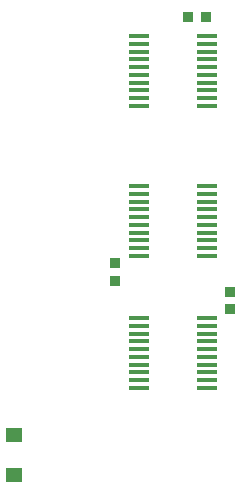
<source format=gtp>
G04 #@! TF.GenerationSoftware,KiCad,Pcbnew,8.0.6*
G04 #@! TF.CreationDate,2024-10-21T20:58:37-03:00*
G04 #@! TF.ProjectId,MSX_Goauld_Rev4_1,4d53585f-476f-4617-956c-645f52657634,rev?*
G04 #@! TF.SameCoordinates,Original*
G04 #@! TF.FileFunction,Paste,Top*
G04 #@! TF.FilePolarity,Positive*
%FSLAX46Y46*%
G04 Gerber Fmt 4.6, Leading zero omitted, Abs format (unit mm)*
G04 Created by KiCad (PCBNEW 8.0.6) date 2024-10-21 20:58:37*
%MOMM*%
%LPD*%
G01*
G04 APERTURE LIST*
%ADD10R,1.400000X1.200000*%
%ADD11R,0.860000X0.810000*%
%ADD12O,1.740000X0.360000*%
%ADD13R,0.810000X0.860000*%
G04 APERTURE END LIST*
D10*
X154686000Y-121334000D03*
X154686000Y-117934000D03*
D11*
X172974000Y-105803000D03*
X172974000Y-107303000D03*
D12*
X165278000Y-108068000D03*
X165278000Y-108718000D03*
X165278000Y-109368000D03*
X165278000Y-110018000D03*
X165278000Y-110678000D03*
X165278000Y-111328000D03*
X165278000Y-111978000D03*
X165278000Y-112628000D03*
X165278000Y-113278000D03*
X165278000Y-113928000D03*
X171018000Y-113928000D03*
X171018000Y-113278000D03*
X171018000Y-112628000D03*
X171018000Y-111978000D03*
X171018000Y-111328000D03*
X171018000Y-110678000D03*
X171018000Y-110018000D03*
X171018000Y-109368000D03*
X171018000Y-108718000D03*
X171018000Y-108068000D03*
X171018000Y-102752000D03*
X171018000Y-102102000D03*
X171018000Y-101452000D03*
X171018000Y-100802000D03*
X171018000Y-100142000D03*
X171018000Y-99492000D03*
X171018000Y-98842000D03*
X171018000Y-98192000D03*
X171018000Y-97542000D03*
X171018000Y-96892000D03*
X165278000Y-96892000D03*
X165278000Y-97542000D03*
X165278000Y-98192000D03*
X165278000Y-98842000D03*
X165278000Y-99492000D03*
X165278000Y-100142000D03*
X165278000Y-100802000D03*
X165278000Y-101452000D03*
X165278000Y-102102000D03*
X165278000Y-102752000D03*
D13*
X169430000Y-82550000D03*
X170930000Y-82550000D03*
D11*
X163195000Y-104878000D03*
X163195000Y-103378000D03*
D12*
X165278000Y-84192000D03*
X165278000Y-84842000D03*
X165278000Y-85492000D03*
X165278000Y-86142000D03*
X165278000Y-86802000D03*
X165278000Y-87452000D03*
X165278000Y-88102000D03*
X165278000Y-88752000D03*
X165278000Y-89402000D03*
X165278000Y-90052000D03*
X171018000Y-90052000D03*
X171018000Y-89402000D03*
X171018000Y-88752000D03*
X171018000Y-88102000D03*
X171018000Y-87452000D03*
X171018000Y-86802000D03*
X171018000Y-86142000D03*
X171018000Y-85492000D03*
X171018000Y-84842000D03*
X171018000Y-84192000D03*
M02*

</source>
